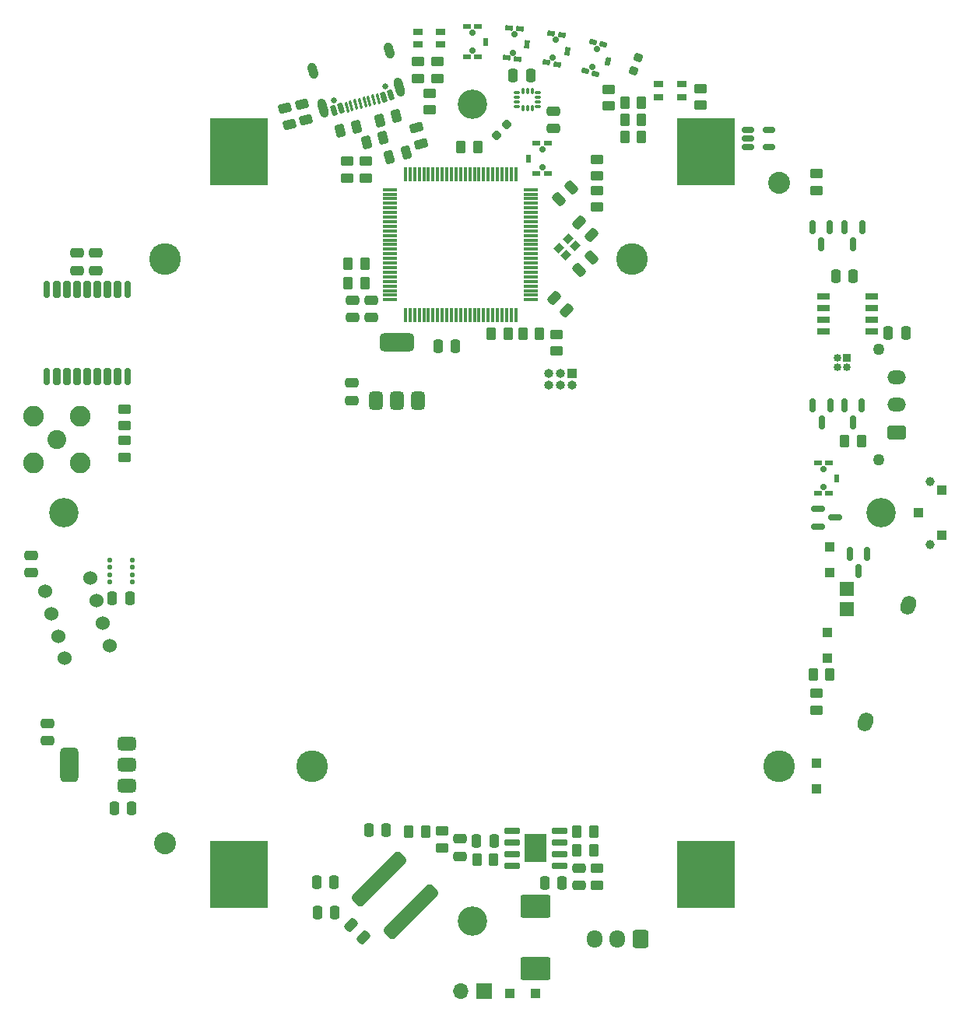
<source format=gbr>
%TF.GenerationSoftware,KiCad,Pcbnew,8.0.5*%
%TF.CreationDate,2025-02-19T23:04:31-05:00*%
%TF.ProjectId,airbrake_mod,61697262-7261-46b6-955f-6d6f642e6b69,rev?*%
%TF.SameCoordinates,Original*%
%TF.FileFunction,Soldermask,Top*%
%TF.FilePolarity,Negative*%
%FSLAX46Y46*%
G04 Gerber Fmt 4.6, Leading zero omitted, Abs format (unit mm)*
G04 Created by KiCad (PCBNEW 8.0.5) date 2025-02-19 23:04:31*
%MOMM*%
%LPD*%
G01*
G04 APERTURE LIST*
G04 Aperture macros list*
%AMRoundRect*
0 Rectangle with rounded corners*
0 $1 Rounding radius*
0 $2 $3 $4 $5 $6 $7 $8 $9 X,Y pos of 4 corners*
0 Add a 4 corners polygon primitive as box body*
4,1,4,$2,$3,$4,$5,$6,$7,$8,$9,$2,$3,0*
0 Add four circle primitives for the rounded corners*
1,1,$1+$1,$2,$3*
1,1,$1+$1,$4,$5*
1,1,$1+$1,$6,$7*
1,1,$1+$1,$8,$9*
0 Add four rect primitives between the rounded corners*
20,1,$1+$1,$2,$3,$4,$5,0*
20,1,$1+$1,$4,$5,$6,$7,0*
20,1,$1+$1,$6,$7,$8,$9,0*
20,1,$1+$1,$8,$9,$2,$3,0*%
%AMHorizOval*
0 Thick line with rounded ends*
0 $1 width*
0 $2 $3 position (X,Y) of the first rounded end (center of the circle)*
0 $4 $5 position (X,Y) of the second rounded end (center of the circle)*
0 Add line between two ends*
20,1,$1,$2,$3,$4,$5,0*
0 Add two circle primitives to create the rounded ends*
1,1,$1,$2,$3*
1,1,$1,$4,$5*%
%AMRotRect*
0 Rectangle, with rotation*
0 The origin of the aperture is its center*
0 $1 length*
0 $2 width*
0 $3 Rotation angle, in degrees counterclockwise*
0 Add horizontal line*
21,1,$1,$2,0,0,$3*%
G04 Aperture macros list end*
%ADD10RoundRect,0.150000X-0.587500X-0.150000X0.587500X-0.150000X0.587500X0.150000X-0.587500X0.150000X0*%
%ADD11C,1.000000*%
%ADD12R,1.000000X1.000000*%
%ADD13RoundRect,0.250000X0.450000X-0.262500X0.450000X0.262500X-0.450000X0.262500X-0.450000X-0.262500X0*%
%ADD14R,1.700000X1.700000*%
%ADD15O,1.700000X1.700000*%
%ADD16RoundRect,0.250000X0.300000X0.300000X-0.300000X0.300000X-0.300000X-0.300000X0.300000X-0.300000X0*%
%ADD17RoundRect,0.250000X-0.475000X0.250000X-0.475000X-0.250000X0.475000X-0.250000X0.475000X0.250000X0*%
%ADD18RoundRect,0.250000X0.475000X-0.250000X0.475000X0.250000X-0.475000X0.250000X-0.475000X-0.250000X0*%
%ADD19RoundRect,0.250000X0.300000X-0.300000X0.300000X0.300000X-0.300000X0.300000X-0.300000X-0.300000X0*%
%ADD20RoundRect,0.250000X-0.250000X-0.475000X0.250000X-0.475000X0.250000X0.475000X-0.250000X0.475000X0*%
%ADD21RoundRect,0.250000X-0.262500X-0.450000X0.262500X-0.450000X0.262500X0.450000X-0.262500X0.450000X0*%
%ADD22RotRect,0.900000X0.800000X225.000000*%
%ADD23R,0.850000X0.850000*%
%ADD24O,0.850000X0.850000*%
%ADD25RoundRect,0.250000X-0.450000X0.262500X-0.450000X-0.262500X0.450000X-0.262500X0.450000X0.262500X0*%
%ADD26RoundRect,0.150000X-0.512500X-0.150000X0.512500X-0.150000X0.512500X0.150000X-0.512500X0.150000X0*%
%ADD27RoundRect,0.150000X-0.150000X0.587500X-0.150000X-0.587500X0.150000X-0.587500X0.150000X0.587500X0*%
%ADD28R,1.500000X1.600000*%
%ADD29RoundRect,0.250000X0.262500X0.450000X-0.262500X0.450000X-0.262500X-0.450000X0.262500X-0.450000X0*%
%ADD30R,1.000000X0.800000*%
%ADD31RoundRect,0.125000X-0.137500X0.125000X-0.137500X-0.125000X0.137500X-0.125000X0.137500X0.125000X0*%
%ADD32C,2.390000*%
%ADD33C,3.450000*%
%ADD34R,6.350000X7.340000*%
%ADD35C,1.524000*%
%ADD36RoundRect,0.250000X0.600000X0.725000X-0.600000X0.725000X-0.600000X-0.725000X0.600000X-0.725000X0*%
%ADD37O,1.700000X1.950000*%
%ADD38O,2.020000X1.500000*%
%ADD39RoundRect,0.250001X0.759999X-0.499999X0.759999X0.499999X-0.759999X0.499999X-0.759999X-0.499999X0*%
%ADD40C,1.270000*%
%ADD41RoundRect,0.036089X-0.363911X-0.238911X0.363911X-0.238911X0.363911X0.238911X-0.363911X0.238911X0*%
%ADD42RoundRect,0.036089X-0.238911X0.413911X-0.238911X-0.413911X0.238911X-0.413911X0.238911X0.413911X0*%
%ADD43C,0.700000*%
%ADD44RoundRect,0.036089X0.363911X0.238911X-0.363911X0.238911X-0.363911X-0.238911X0.363911X-0.238911X0*%
%ADD45RoundRect,0.036089X0.238911X-0.413911X0.238911X0.413911X-0.238911X0.413911X-0.238911X-0.413911X0*%
%ADD46RoundRect,0.250000X-1.400000X-1.000000X1.400000X-1.000000X1.400000X1.000000X-1.400000X1.000000X0*%
%ADD47RoundRect,0.250000X0.250000X0.475000X-0.250000X0.475000X-0.250000X-0.475000X0.250000X-0.475000X0*%
%ADD48C,3.200000*%
%ADD49RoundRect,0.250000X-0.137087X-0.502607X0.370024X-0.366727X0.137087X0.502607X-0.370024X0.366727X0*%
%ADD50RoundRect,0.250000X-0.512652X-0.159099X-0.159099X-0.512652X0.512652X0.159099X0.159099X0.512652X0*%
%ADD51RoundRect,0.250000X-0.523520X0.118542X-0.394110X-0.364421X0.523520X-0.118542X0.394110X0.364421X0*%
%ADD52RoundRect,0.087500X0.087500X0.225000X-0.087500X0.225000X-0.087500X-0.225000X0.087500X-0.225000X0*%
%ADD53RoundRect,0.087500X0.225000X0.087500X-0.225000X0.087500X-0.225000X-0.087500X0.225000X-0.087500X0*%
%ADD54RoundRect,0.375000X0.625000X0.375000X-0.625000X0.375000X-0.625000X-0.375000X0.625000X-0.375000X0*%
%ADD55RoundRect,0.500000X0.500000X1.400000X-0.500000X1.400000X-0.500000X-1.400000X0.500000X-1.400000X0*%
%ADD56R,1.450000X0.800000*%
%ADD57C,2.050000*%
%ADD58C,2.250000*%
%ADD59RoundRect,0.250000X0.137087X0.502607X-0.370024X0.366727X-0.137087X-0.502607X0.370024X-0.366727X0*%
%ADD60RoundRect,0.218750X-0.165979X0.293200X-0.315613X-0.117915X0.165979X-0.293200X0.315613X0.117915X0*%
%ADD61RoundRect,0.250000X0.159099X-0.512652X0.512652X-0.159099X-0.159099X0.512652X-0.512652X0.159099X0*%
%ADD62RoundRect,0.036089X-0.383349X-0.206285X0.341704X-0.269719X0.383349X0.206285X-0.341704X0.269719X0*%
%ADD63RoundRect,0.036089X-0.201927X0.433158X-0.274077X-0.391513X0.201927X-0.433158X0.274077X0.391513X0*%
%ADD64RoundRect,0.250000X-0.159099X0.512652X-0.512652X0.159099X0.159099X-0.512652X0.512652X-0.159099X0*%
%ADD65RoundRect,0.150000X0.737500X0.150000X-0.737500X0.150000X-0.737500X-0.150000X0.737500X-0.150000X0*%
%ADD66R,2.400000X3.100000*%
%ADD67HorizOval,1.600000X0.085505X0.234923X-0.085505X-0.234923X0*%
%ADD68HorizOval,1.000000X-0.103528X0.386370X0.103528X-0.386370X0*%
%ADD69HorizOval,1.000000X-0.142350X0.531259X0.142350X-0.531259X0*%
%ADD70RoundRect,0.150000X0.034891X0.449341X-0.254887X0.371696X-0.034891X-0.449341X0.254887X-0.371696X0*%
%ADD71RoundRect,0.075000X-0.056965X0.502374X-0.201854X0.463551X0.056965X-0.502374X0.201854X-0.463551X0*%
%ADD72C,0.650000*%
%ADD73RoundRect,0.375000X0.375000X-0.625000X0.375000X0.625000X-0.375000X0.625000X-0.375000X-0.625000X0*%
%ADD74RoundRect,0.500000X1.400000X-0.500000X1.400000X0.500000X-1.400000X0.500000X-1.400000X-0.500000X0*%
%ADD75RoundRect,0.218750X-0.026517X0.335876X-0.335876X0.026517X0.026517X-0.335876X0.335876X-0.026517X0*%
%ADD76RoundRect,0.075000X0.725000X0.075000X-0.725000X0.075000X-0.725000X-0.075000X0.725000X-0.075000X0*%
%ADD77RoundRect,0.075000X0.075000X0.725000X-0.075000X0.725000X-0.075000X-0.725000X0.075000X-0.725000X0*%
%ADD78RoundRect,0.175000X-0.175000X0.725000X-0.175000X-0.725000X0.175000X-0.725000X0.175000X0.725000X0*%
%ADD79RoundRect,0.200000X-0.200000X0.700000X-0.200000X-0.700000X0.200000X-0.700000X0.200000X0.700000X0*%
%ADD80O,1.000000X1.000000*%
%ADD81RoundRect,0.400000X2.598617X2.032932X2.032932X2.598617X-2.598617X-2.032932X-2.032932X-2.598617X0*%
%ADD82RoundRect,0.250000X-0.502607X0.137087X-0.366727X-0.370024X0.502607X-0.137087X0.366727X0.370024X0*%
%ADD83RoundRect,0.250000X-0.118542X-0.523520X0.364421X-0.394110X0.118542X0.523520X-0.364421X0.394110X0*%
%ADD84RoundRect,0.036089X-0.399869X-0.172089X0.316896X-0.298474X0.399869X0.172089X-0.316896X0.298474X0*%
%ADD85RoundRect,0.036089X-0.163407X0.449109X-0.307156X-0.366136X0.163407X-0.449109X0.307156X0.366136X0*%
%ADD86RoundRect,0.250000X0.502607X-0.137087X0.366727X0.370024X-0.502607X0.137087X-0.366727X-0.370024X0*%
%ADD87RoundRect,0.036089X-0.413346X-0.136583X0.289676X-0.324957X0.413346X0.136583X-0.289676X0.324957X0*%
%ADD88RoundRect,0.036089X-0.123642X0.461642X-0.337898X-0.337973X0.123642X-0.461642X0.337898X0.337973X0*%
G04 APERTURE END LIST*
D10*
%TO.C,Q6*%
X137625000Y-99550000D03*
X137625000Y-101450000D03*
X139500000Y-100500000D03*
%TD*%
D11*
%TO.C,SW8*%
X149800000Y-103400000D03*
X149800000Y-96600000D03*
D12*
X151050000Y-102450000D03*
X148550000Y-100000000D03*
X151050000Y-97500000D03*
%TD*%
D13*
%TO.C,R35*%
X124800000Y-55612500D03*
X124800000Y-53787500D03*
%TD*%
%TO.C,R32*%
X137400000Y-64912500D03*
X137400000Y-63087500D03*
%TD*%
D14*
%TO.C,J7*%
X101275000Y-152000000D03*
D15*
X98735000Y-152000000D03*
%TD*%
D16*
%TO.C,D11*%
X106900000Y-152250000D03*
X104100000Y-152250000D03*
%TD*%
D17*
%TO.C,C28*%
X108800000Y-58150000D03*
X108800000Y-56250000D03*
%TD*%
D18*
%TO.C,C27*%
X59000000Y-73600000D03*
X59000000Y-71700000D03*
%TD*%
D19*
%TO.C,D10*%
X138900000Y-106500000D03*
X138900000Y-103700000D03*
%TD*%
D20*
%TO.C,C26*%
X60850000Y-109300000D03*
X62750000Y-109300000D03*
%TD*%
D21*
%TO.C,R28*%
X140487500Y-92200000D03*
X142312500Y-92200000D03*
%TD*%
D22*
%TO.C,Y1*%
X110406066Y-70166117D03*
X109416117Y-71156066D03*
X110193934Y-71933883D03*
X111183883Y-70943934D03*
%TD*%
D17*
%TO.C,C25*%
X52000000Y-104600000D03*
X52000000Y-106500000D03*
%TD*%
D20*
%TO.C,C24*%
X145250000Y-80400000D03*
X147150000Y-80400000D03*
%TD*%
D23*
%TO.C,J6*%
X140750000Y-83100000D03*
D24*
X140750000Y-84100000D03*
X139750000Y-83100000D03*
X139750000Y-84100000D03*
%TD*%
D25*
%TO.C,R34*%
X113550000Y-66712500D03*
X113550000Y-64887500D03*
%TD*%
%TO.C,R33*%
X113550000Y-61487500D03*
X113550000Y-63312500D03*
%TD*%
D26*
%TO.C,U10*%
X130012500Y-58300000D03*
X130012500Y-59250000D03*
X130012500Y-60200000D03*
X132287500Y-60200000D03*
X132287500Y-58300000D03*
%TD*%
D27*
%TO.C,Q5*%
X138912500Y-68912500D03*
X137012500Y-68912500D03*
X137962500Y-70787500D03*
%TD*%
%TO.C,Q4*%
X142407500Y-68912500D03*
X140507500Y-68912500D03*
X141457500Y-70787500D03*
%TD*%
%TO.C,Q3*%
X142000000Y-106337500D03*
X141050000Y-104462500D03*
X142950000Y-104462500D03*
%TD*%
D28*
%TO.C,BZ1*%
X140700000Y-110500000D03*
X140700000Y-108300000D03*
%TD*%
D29*
%TO.C,R31*%
X118412500Y-57200000D03*
X116587500Y-57200000D03*
%TD*%
%TO.C,R30*%
X118412500Y-59100000D03*
X116587500Y-59100000D03*
%TD*%
%TO.C,R29*%
X118412500Y-55300000D03*
X116587500Y-55300000D03*
%TD*%
D30*
%TO.C,D9*%
X120250000Y-53350000D03*
X120250000Y-54750000D03*
X122750000Y-54750000D03*
X122750000Y-53350000D03*
%TD*%
D31*
%TO.C,U9*%
X62975000Y-105100000D03*
X62975000Y-105900000D03*
X62975000Y-106700000D03*
X62975000Y-107500000D03*
X60600000Y-107500000D03*
X60600000Y-106700000D03*
X60600000Y-105900000D03*
X60600000Y-105100000D03*
%TD*%
D32*
%TO.C,BT2*%
X66599997Y-135929997D03*
D33*
X82599997Y-127599997D03*
X66599997Y-72399997D03*
D34*
X74599997Y-139329997D03*
X74599997Y-60669997D03*
%TD*%
D35*
%TO.C,SW3*%
X55651661Y-115826899D03*
X54951542Y-113385294D03*
X54251424Y-110943690D03*
X53551305Y-108502085D03*
X60534871Y-114426661D03*
X59834752Y-111985057D03*
X59134633Y-109543452D03*
X58434514Y-107101847D03*
%TD*%
D36*
%TO.C,J5*%
X118300000Y-146400000D03*
D37*
X115800000Y-146400000D03*
X113300000Y-146400000D03*
%TD*%
D38*
%TO.C,J4*%
X146200000Y-85200000D03*
X146200000Y-88200000D03*
D39*
X146200000Y-91200000D03*
D40*
X144240000Y-82200000D03*
X144240000Y-94200000D03*
%TD*%
D41*
%TO.C,SW2*%
X138800000Y-94570000D03*
X137600000Y-97830000D03*
X138800000Y-97830000D03*
D42*
X139680000Y-96200000D03*
D41*
X137600000Y-94570000D03*
D43*
X138200000Y-97200000D03*
X138200000Y-95200000D03*
%TD*%
D44*
%TO.C,SW1*%
X107000000Y-63030000D03*
X108200000Y-59770000D03*
X107000000Y-59770000D03*
D45*
X106120000Y-61400000D03*
D44*
X108200000Y-63030000D03*
D43*
X107600000Y-60400000D03*
X107600000Y-62400000D03*
%TD*%
D27*
%TO.C,Q2*%
X142350000Y-88262500D03*
X140450000Y-88262500D03*
X141400000Y-90137500D03*
%TD*%
%TO.C,Q1*%
X138950000Y-88262500D03*
X137050000Y-88262500D03*
X138000000Y-90137500D03*
%TD*%
D46*
%TO.C,D3*%
X106849997Y-142799997D03*
X106849997Y-149599997D03*
%TD*%
D47*
%TO.C,C17*%
X109749997Y-140269997D03*
X107849997Y-140269997D03*
%TD*%
D48*
%TO.C,H2*%
X144449997Y-99999997D03*
%TD*%
D49*
%TO.C,R4*%
X88518590Y-59636169D03*
X90281404Y-59163825D03*
%TD*%
D50*
%TO.C,C6*%
X108878249Y-76628249D03*
X110221751Y-77971751D03*
%TD*%
D21*
%TO.C,R22*%
X137087500Y-117600000D03*
X138912500Y-117600000D03*
%TD*%
D51*
%TO.C,C8*%
X93954119Y-58032367D03*
X94445875Y-59867627D03*
%TD*%
D17*
%TO.C,C14*%
X111599997Y-138619997D03*
X111599997Y-140519997D03*
%TD*%
D52*
%TO.C,U8*%
X106500000Y-55912500D03*
X106000000Y-55912500D03*
X105500000Y-55912500D03*
D53*
X104837500Y-55750000D03*
X104837500Y-55250000D03*
X104837500Y-54750000D03*
X104837500Y-54250000D03*
D52*
X105500000Y-54087500D03*
X106000000Y-54087500D03*
X106500000Y-54087500D03*
D53*
X107162500Y-54250000D03*
X107162500Y-54750000D03*
X107162500Y-55250000D03*
X107162500Y-55750000D03*
%TD*%
D18*
%TO.C,C7*%
X57000000Y-73600000D03*
X57000000Y-71700000D03*
%TD*%
D25*
%TO.C,R10*%
X96699997Y-134587497D03*
X96699997Y-136412497D03*
%TD*%
D54*
%TO.C,U5*%
X62449997Y-129699997D03*
X62449997Y-127399997D03*
D55*
X56149997Y-127399997D03*
D54*
X62449997Y-125099997D03*
%TD*%
D56*
%TO.C,U6*%
X138174997Y-76394997D03*
X138174997Y-77664997D03*
X138174997Y-78934997D03*
X138174997Y-80204997D03*
X143424997Y-80204997D03*
X143424997Y-78934997D03*
X143424997Y-77664997D03*
X143424997Y-76394997D03*
%TD*%
D57*
%TO.C,J1*%
X54799997Y-91999997D03*
D58*
X57339997Y-89459997D03*
X52259997Y-89459997D03*
X57339997Y-94539997D03*
X52259997Y-94539997D03*
%TD*%
D29*
%TO.C,R27*%
X100612500Y-60200000D03*
X98787500Y-60200000D03*
%TD*%
D59*
%TO.C,R2*%
X87360985Y-57941723D03*
X85598171Y-58414067D03*
%TD*%
D60*
%TO.C,D7*%
X118054387Y-50395976D03*
X117515707Y-51875992D03*
%TD*%
D48*
%TO.C,H5*%
X99999997Y-144449997D03*
%TD*%
D61*
%TO.C,C5*%
X109428246Y-65871748D03*
X110771748Y-64528246D03*
%TD*%
D50*
%TO.C,C15*%
X86828246Y-144828246D03*
X88171748Y-146171748D03*
%TD*%
D47*
%TO.C,C22*%
X141450000Y-74200000D03*
X139550000Y-74200000D03*
%TD*%
D62*
%TO.C,SW6*%
X105210868Y-47323705D03*
X103731306Y-50466713D03*
X104926740Y-50571300D03*
D63*
X105945455Y-49024199D03*
D62*
X104015434Y-47219118D03*
D43*
X104383931Y-49891404D03*
X104558243Y-47899014D03*
%TD*%
D47*
%TO.C,C21*%
X85049997Y-143499997D03*
X83149997Y-143499997D03*
%TD*%
D64*
%TO.C,C1*%
X112971751Y-72228249D03*
X111628249Y-73571751D03*
%TD*%
D25*
%TO.C,R25*%
X96200000Y-50887500D03*
X96200000Y-52712500D03*
%TD*%
D20*
%TO.C,C23*%
X104450000Y-52400000D03*
X106350000Y-52400000D03*
%TD*%
D18*
%TO.C,C4*%
X88979997Y-78749997D03*
X88979997Y-76849997D03*
%TD*%
D48*
%TO.C,H3*%
X99999997Y-55549997D03*
%TD*%
D25*
%TO.C,R24*%
X95400000Y-54287500D03*
X95400000Y-56112500D03*
%TD*%
D13*
%TO.C,R26*%
X114800000Y-53887500D03*
X114800000Y-55712500D03*
%TD*%
D29*
%TO.C,R11*%
X102312497Y-137724997D03*
X100487497Y-137724997D03*
%TD*%
D65*
%TO.C,U3*%
X104337497Y-138374997D03*
X104337497Y-137104997D03*
X104337497Y-135834997D03*
X104337497Y-134564997D03*
X109462497Y-134564997D03*
X109462497Y-135834997D03*
X109462497Y-137104997D03*
X109462497Y-138374997D03*
D66*
X106899997Y-136469997D03*
%TD*%
D67*
%TO.C,U7*%
X142796607Y-122759889D03*
D35*
X147413879Y-110074039D03*
D67*
X147413879Y-110074039D03*
%TD*%
D68*
%TO.C,J2*%
X82648967Y-51879725D03*
D69*
X83730831Y-55917295D03*
D68*
X90994566Y-49643528D03*
D69*
X92076430Y-53681098D03*
D70*
X91143414Y-54526383D03*
X90370673Y-54733438D03*
D71*
X89742821Y-54901671D03*
X88776894Y-55160490D03*
X87328007Y-55548718D03*
X86362081Y-55807537D03*
D70*
X85734229Y-55975770D03*
X84961488Y-56182825D03*
X84961488Y-56182825D03*
X85734229Y-55975770D03*
D71*
X86845044Y-55678128D03*
X87810970Y-55419309D03*
X88293934Y-55289899D03*
X89259858Y-55031080D03*
D70*
X90370673Y-54733438D03*
X91143414Y-54526383D03*
D72*
X84982695Y-55064221D03*
X90565746Y-53568247D03*
%TD*%
D73*
%TO.C,U4*%
X89499997Y-87749997D03*
X91799997Y-87749997D03*
D74*
X91799997Y-81449997D03*
D73*
X94099997Y-87749997D03*
%TD*%
D25*
%TO.C,R17*%
X62199997Y-88687497D03*
X62199997Y-90512497D03*
%TD*%
D29*
%TO.C,R15*%
X88312497Y-74999997D03*
X86487497Y-74999997D03*
%TD*%
D18*
%TO.C,C9*%
X86999997Y-78749997D03*
X86999997Y-76849997D03*
%TD*%
D29*
%TO.C,R1*%
X103912497Y-80499997D03*
X102087497Y-80499997D03*
%TD*%
D25*
%TO.C,R6*%
X88399997Y-61687497D03*
X88399997Y-63512497D03*
%TD*%
%TO.C,R5*%
X86399997Y-61687497D03*
X86399997Y-63512497D03*
%TD*%
%TO.C,R21*%
X137400000Y-119600000D03*
X137400000Y-121425000D03*
%TD*%
D75*
%TO.C,D8*%
X103756847Y-57743153D03*
X102643153Y-58856847D03*
%TD*%
D25*
%TO.C,R18*%
X62199997Y-92087497D03*
X62199997Y-93912497D03*
%TD*%
D18*
%TO.C,C10*%
X86899997Y-87749997D03*
X86899997Y-85849997D03*
%TD*%
D76*
%TO.C,U1*%
X106404997Y-76789997D03*
X106404997Y-76289997D03*
X106404997Y-75789997D03*
X106404997Y-75289997D03*
X106404997Y-74789997D03*
X106404997Y-74289997D03*
X106404997Y-73789997D03*
X106404997Y-73289997D03*
X106404997Y-72789997D03*
X106404997Y-72289997D03*
X106404997Y-71789997D03*
X106404997Y-71289997D03*
X106404997Y-70789997D03*
X106404997Y-70289997D03*
X106404997Y-69789997D03*
X106404997Y-69289997D03*
X106404997Y-68789997D03*
X106404997Y-68289997D03*
X106404997Y-67789997D03*
X106404997Y-67289997D03*
X106404997Y-66789997D03*
X106404997Y-66289997D03*
X106404997Y-65789997D03*
X106404997Y-65289997D03*
X106404997Y-64789997D03*
D77*
X104729997Y-63114997D03*
X104229997Y-63114997D03*
X103729997Y-63114997D03*
X103229997Y-63114997D03*
X102729997Y-63114997D03*
X102229997Y-63114997D03*
X101729997Y-63114997D03*
X101229997Y-63114997D03*
X100729997Y-63114997D03*
X100229997Y-63114997D03*
X99729997Y-63114997D03*
X99229997Y-63114997D03*
X98729997Y-63114997D03*
X98229997Y-63114997D03*
X97729997Y-63114997D03*
X97229997Y-63114997D03*
X96729997Y-63114997D03*
X96229997Y-63114997D03*
X95729997Y-63114997D03*
X95229997Y-63114997D03*
X94729997Y-63114997D03*
X94229997Y-63114997D03*
X93729997Y-63114997D03*
X93229997Y-63114997D03*
X92729997Y-63114997D03*
D76*
X91054997Y-64789997D03*
X91054997Y-65289997D03*
X91054997Y-65789997D03*
X91054997Y-66289997D03*
X91054997Y-66789997D03*
X91054997Y-67289997D03*
X91054997Y-67789997D03*
X91054997Y-68289997D03*
X91054997Y-68789997D03*
X91054997Y-69289997D03*
X91054997Y-69789997D03*
X91054997Y-70289997D03*
X91054997Y-70789997D03*
X91054997Y-71289997D03*
X91054997Y-71789997D03*
X91054997Y-72289997D03*
X91054997Y-72789997D03*
X91054997Y-73289997D03*
X91054997Y-73789997D03*
X91054997Y-74289997D03*
X91054997Y-74789997D03*
X91054997Y-75289997D03*
X91054997Y-75789997D03*
X91054997Y-76289997D03*
X91054997Y-76789997D03*
D77*
X92729997Y-78464997D03*
X93229997Y-78464997D03*
X93729997Y-78464997D03*
X94229997Y-78464997D03*
X94729997Y-78464997D03*
X95229997Y-78464997D03*
X95729997Y-78464997D03*
X96229997Y-78464997D03*
X96729997Y-78464997D03*
X97229997Y-78464997D03*
X97729997Y-78464997D03*
X98229997Y-78464997D03*
X98729997Y-78464997D03*
X99229997Y-78464997D03*
X99729997Y-78464997D03*
X100229997Y-78464997D03*
X100729997Y-78464997D03*
X101229997Y-78464997D03*
X101729997Y-78464997D03*
X102229997Y-78464997D03*
X102729997Y-78464997D03*
X103229997Y-78464997D03*
X103729997Y-78464997D03*
X104229997Y-78464997D03*
X104729997Y-78464997D03*
%TD*%
D47*
%TO.C,C20*%
X84949997Y-140199997D03*
X83049997Y-140199997D03*
%TD*%
%TO.C,C12*%
X62949997Y-132099997D03*
X61049997Y-132099997D03*
%TD*%
D78*
%TO.C,U2*%
X62489997Y-75649997D03*
D79*
X61389997Y-75649997D03*
X60289997Y-75649997D03*
X59189997Y-75649997D03*
X58089997Y-75649997D03*
X56989997Y-75649997D03*
X55889997Y-75649997D03*
X54789997Y-75649997D03*
D78*
X53689997Y-75649997D03*
X53689997Y-85149997D03*
D79*
X54789997Y-85149997D03*
X55889997Y-85149997D03*
X56989997Y-85149997D03*
X58089997Y-85149997D03*
X59189997Y-85149997D03*
X60289997Y-85149997D03*
X61389997Y-85149997D03*
D78*
X62489997Y-85149997D03*
%TD*%
D12*
%TO.C,J3*%
X110874997Y-84774997D03*
D80*
X110874997Y-86044997D03*
X109604997Y-84774997D03*
X109604997Y-86044997D03*
X108334997Y-84774997D03*
X108334997Y-86044997D03*
%TD*%
D19*
%TO.C,D5*%
X137400000Y-127200000D03*
X137400000Y-130000000D03*
%TD*%
D21*
%TO.C,R8*%
X111387497Y-136669997D03*
X113212497Y-136669997D03*
%TD*%
D13*
%TO.C,R19*%
X109200000Y-80537500D03*
X109200000Y-82362500D03*
%TD*%
D21*
%TO.C,R20*%
X105487497Y-80499997D03*
X107312497Y-80499997D03*
%TD*%
D25*
%TO.C,R23*%
X94100000Y-50887500D03*
X94100000Y-52712500D03*
%TD*%
D21*
%TO.C,R12*%
X111387497Y-134669997D03*
X113212497Y-134669997D03*
%TD*%
D81*
%TO.C,L1*%
X93367764Y-143367764D03*
X89832230Y-139832230D03*
%TD*%
D20*
%TO.C,C11*%
X96249997Y-81799997D03*
X98149997Y-81799997D03*
%TD*%
D49*
%TO.C,R3*%
X89944837Y-57249381D03*
X91707651Y-56777037D03*
%TD*%
D82*
%TO.C,R13*%
X81463825Y-55468590D03*
X81936169Y-57231404D03*
%TD*%
D29*
%TO.C,R16*%
X88324997Y-72899997D03*
X86499997Y-72899997D03*
%TD*%
D18*
%TO.C,C18*%
X98699997Y-137374997D03*
X98699997Y-135474997D03*
%TD*%
D83*
%TO.C,C3*%
X90982367Y-61285875D03*
X92817627Y-60794119D03*
%TD*%
D21*
%TO.C,R9*%
X93087497Y-134699997D03*
X94912497Y-134699997D03*
%TD*%
D50*
%TO.C,C2*%
X112971751Y-69721751D03*
X111628249Y-68378249D03*
%TD*%
D20*
%TO.C,C16*%
X88749997Y-134499997D03*
X90649997Y-134499997D03*
%TD*%
D30*
%TO.C,D6*%
X94050000Y-47600000D03*
X94050000Y-49000000D03*
X96550000Y-49000000D03*
X96550000Y-47600000D03*
%TD*%
D47*
%TO.C,C19*%
X102349997Y-135724997D03*
X100449997Y-135724997D03*
%TD*%
D84*
%TO.C,SW5*%
X109782080Y-47978311D03*
X108034218Y-50980407D03*
X109215987Y-51188785D03*
D85*
X110365663Y-49736358D03*
D84*
X108600311Y-47769933D03*
D43*
X108734501Y-50464167D03*
X109081797Y-48494551D03*
%TD*%
D19*
%TO.C,D4*%
X138600000Y-115800000D03*
X138600000Y-113000000D03*
%TD*%
D86*
%TO.C,R14*%
X80100909Y-57723160D03*
X79628565Y-55960346D03*
%TD*%
D17*
%TO.C,C13*%
X53799997Y-122882404D03*
X53799997Y-124782404D03*
%TD*%
D13*
%TO.C,R7*%
X113599997Y-140482497D03*
X113599997Y-138657497D03*
%TD*%
D41*
%TO.C,SW7*%
X100599997Y-47069997D03*
X99399997Y-50329997D03*
X100599997Y-50329997D03*
D42*
X101479997Y-48699997D03*
D41*
X99399997Y-47069997D03*
D43*
X99999997Y-49699997D03*
X99999997Y-47699997D03*
%TD*%
D48*
%TO.C,H4*%
X55549997Y-99999997D03*
%TD*%
D87*
%TO.C,SW4*%
X114278845Y-49028834D03*
X113435094Y-52177753D03*
X112275983Y-51867170D03*
D88*
X114706984Y-50831054D03*
D87*
X113119734Y-48718251D03*
D43*
X113018595Y-51413928D03*
X113536233Y-49482076D03*
%TD*%
D34*
%TO.C,BT1*%
X125399997Y-139329997D03*
X125399997Y-60669997D03*
D33*
X133399997Y-127599997D03*
X117399997Y-72399997D03*
D32*
X133399997Y-64069997D03*
%TD*%
M02*

</source>
